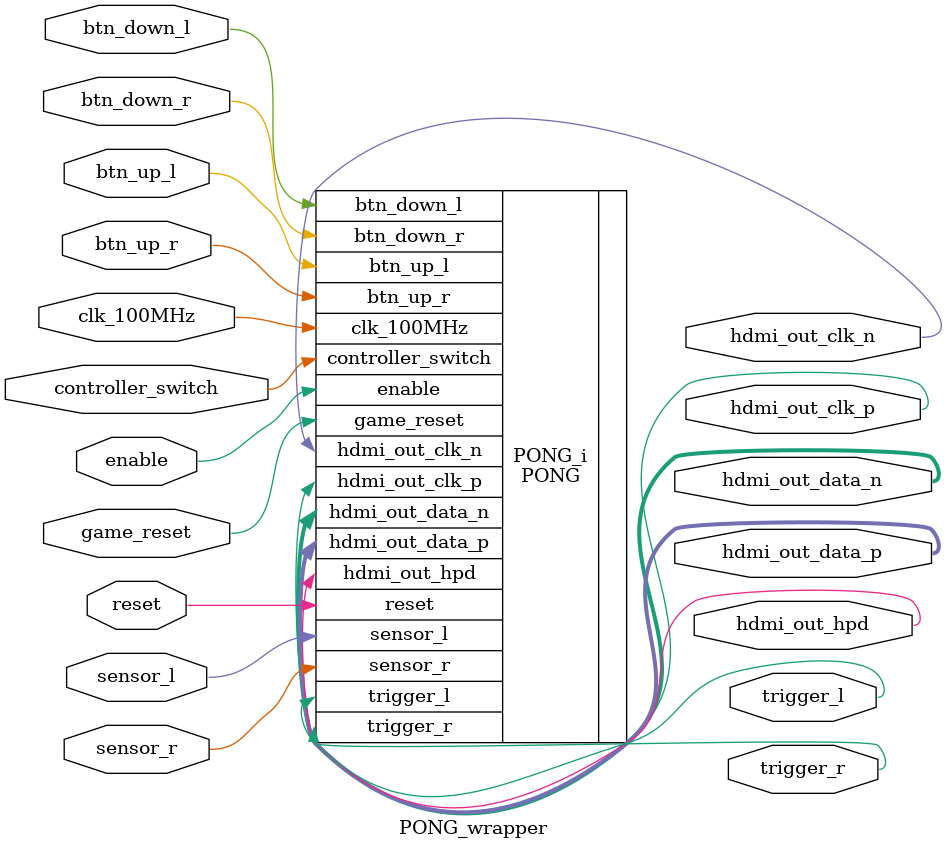
<source format=v>
`timescale 1 ps / 1 ps

module PONG_wrapper
   (btn_down_l,
    btn_down_r,
    btn_up_l,
    btn_up_r,
    clk_100MHz,
    controller_switch,
    enable,
    game_reset,
    hdmi_out_clk_n,
    hdmi_out_clk_p,
    hdmi_out_data_n,
    hdmi_out_data_p,
    hdmi_out_hpd,
    reset,
    sensor_l,
    sensor_r,
    trigger_l,
    trigger_r);
  input btn_down_l;
  input btn_down_r;
  input btn_up_l;
  input btn_up_r;
  input clk_100MHz;
  input controller_switch;
  input enable;
  input game_reset;
  output hdmi_out_clk_n;
  output hdmi_out_clk_p;
  output [2:0]hdmi_out_data_n;
  output [2:0]hdmi_out_data_p;
  output [0:0]hdmi_out_hpd;
  input reset;
  input sensor_l;
  input sensor_r;
  output trigger_l;
  output trigger_r;

  wire btn_down_l;
  wire btn_down_r;
  wire btn_up_l;
  wire btn_up_r;
  wire clk_100MHz;
  wire controller_switch;
  wire enable;
  wire game_reset;
  wire hdmi_out_clk_n;
  wire hdmi_out_clk_p;
  wire [2:0]hdmi_out_data_n;
  wire [2:0]hdmi_out_data_p;
  wire [0:0]hdmi_out_hpd;
  wire reset;
  wire sensor_l;
  wire sensor_r;
  wire trigger_l;
  wire trigger_r;

  PONG PONG_i
       (.btn_down_l(btn_down_l),
        .btn_down_r(btn_down_r),
        .btn_up_l(btn_up_l),
        .btn_up_r(btn_up_r),
        .clk_100MHz(clk_100MHz),
        .controller_switch(controller_switch),
        .enable(enable),
        .game_reset(game_reset),
        .hdmi_out_clk_n(hdmi_out_clk_n),
        .hdmi_out_clk_p(hdmi_out_clk_p),
        .hdmi_out_data_n(hdmi_out_data_n),
        .hdmi_out_data_p(hdmi_out_data_p),
        .hdmi_out_hpd(hdmi_out_hpd),
        .reset(reset),
        .sensor_l(sensor_l),
        .sensor_r(sensor_r),
        .trigger_l(trigger_l),
        .trigger_r(trigger_r));
endmodule

</source>
